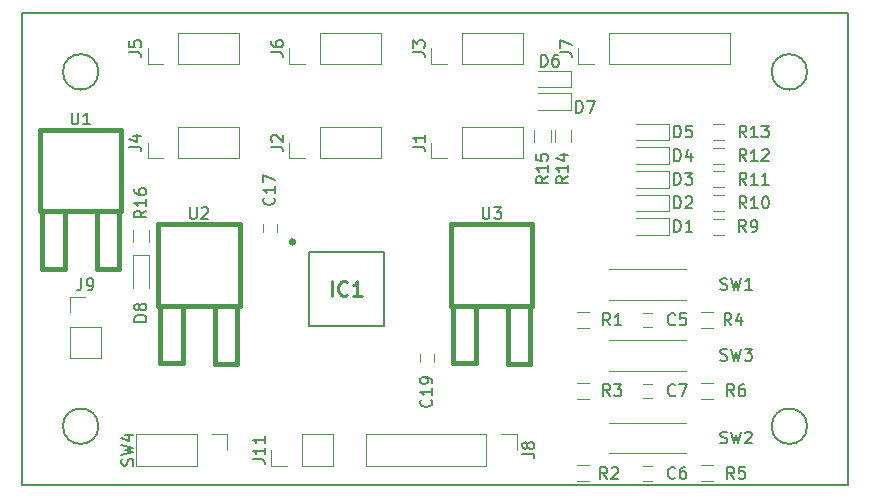
<source format=gbr>
G04 #@! TF.FileFunction,Legend,Top*
%FSLAX46Y46*%
G04 Gerber Fmt 4.6, Leading zero omitted, Abs format (unit mm)*
G04 Created by KiCad (PCBNEW 4.0.7) date 04/04/19 13:25:53*
%MOMM*%
%LPD*%
G01*
G04 APERTURE LIST*
%ADD10C,0.100000*%
%ADD11C,0.150000*%
%ADD12C,0.120000*%
%ADD13C,0.200000*%
%ADD14C,0.254000*%
%ADD15C,0.381000*%
G04 APERTURE END LIST*
D10*
D11*
X-3500000Y-5000000D02*
G75*
G03X-3500000Y-5000000I-1500000J0D01*
G01*
X-3500000Y-35000000D02*
G75*
G03X-3500000Y-35000000I-1500000J0D01*
G01*
X-63500000Y-35000000D02*
G75*
G03X-63500000Y-35000000I-1500000J0D01*
G01*
X-63500000Y-5000000D02*
G75*
G03X-63500000Y-5000000I-1500000J0D01*
G01*
X-70000000Y-40000000D02*
X-70000000Y0D01*
X0Y-40000000D02*
X-70000000Y-40000000D01*
X0Y0D02*
X0Y-40000000D01*
X-70000000Y0D02*
X0Y0D01*
D12*
X-17350000Y-25400000D02*
X-16650000Y-25400000D01*
X-16650000Y-26600000D02*
X-17350000Y-26600000D01*
X-17350000Y-38400000D02*
X-16650000Y-38400000D01*
X-16650000Y-39600000D02*
X-17350000Y-39600000D01*
X-17350000Y-31400000D02*
X-16650000Y-31400000D01*
X-16650000Y-32600000D02*
X-17350000Y-32600000D01*
X-48400000Y-17900000D02*
X-48400000Y-18600000D01*
X-49600000Y-18600000D02*
X-49600000Y-17900000D01*
X-35100000Y-28850000D02*
X-35100000Y-29550000D01*
X-36300000Y-29550000D02*
X-36300000Y-28850000D01*
X-15200000Y-18800000D02*
X-15200000Y-17400000D01*
X-15200000Y-17400000D02*
X-18000000Y-17400000D01*
X-15200000Y-18800000D02*
X-18000000Y-18800000D01*
X-15200000Y-16800000D02*
X-15200000Y-15400000D01*
X-15200000Y-15400000D02*
X-18000000Y-15400000D01*
X-15200000Y-16800000D02*
X-18000000Y-16800000D01*
X-15200000Y-14800000D02*
X-15200000Y-13400000D01*
X-15200000Y-13400000D02*
X-18000000Y-13400000D01*
X-15200000Y-14800000D02*
X-18000000Y-14800000D01*
X-15200000Y-12800000D02*
X-15200000Y-11400000D01*
X-15200000Y-11400000D02*
X-18000000Y-11400000D01*
X-15200000Y-12800000D02*
X-18000000Y-12800000D01*
X-15200000Y-10800000D02*
X-15200000Y-9400000D01*
X-15200000Y-9400000D02*
X-18000000Y-9400000D01*
X-15200000Y-10800000D02*
X-18000000Y-10800000D01*
D13*
X-45650000Y-20250000D02*
X-39350000Y-20250000D01*
X-39350000Y-20250000D02*
X-39350000Y-26550000D01*
X-39350000Y-26550000D02*
X-45650000Y-26550000D01*
X-45650000Y-26550000D02*
X-45650000Y-20250000D01*
D14*
X-46875000Y-19400000D02*
G75*
G03X-46875000Y-19400000I-200000J0D01*
G01*
D12*
X-27590000Y-12330000D02*
X-27590000Y-9670000D01*
X-32730000Y-12330000D02*
X-27590000Y-12330000D01*
X-32730000Y-9670000D02*
X-27590000Y-9670000D01*
X-32730000Y-12330000D02*
X-32730000Y-9670000D01*
X-34000000Y-12330000D02*
X-35330000Y-12330000D01*
X-35330000Y-12330000D02*
X-35330000Y-11000000D01*
X-39590000Y-12330000D02*
X-39590000Y-9670000D01*
X-44730000Y-12330000D02*
X-39590000Y-12330000D01*
X-44730000Y-9670000D02*
X-39590000Y-9670000D01*
X-44730000Y-12330000D02*
X-44730000Y-9670000D01*
X-46000000Y-12330000D02*
X-47330000Y-12330000D01*
X-47330000Y-12330000D02*
X-47330000Y-11000000D01*
X-27590000Y-4330000D02*
X-27590000Y-1670000D01*
X-32730000Y-4330000D02*
X-27590000Y-4330000D01*
X-32730000Y-1670000D02*
X-27590000Y-1670000D01*
X-32730000Y-4330000D02*
X-32730000Y-1670000D01*
X-34000000Y-4330000D02*
X-35330000Y-4330000D01*
X-35330000Y-4330000D02*
X-35330000Y-3000000D01*
X-51590000Y-12330000D02*
X-51590000Y-9670000D01*
X-56730000Y-12330000D02*
X-51590000Y-12330000D01*
X-56730000Y-9670000D02*
X-51590000Y-9670000D01*
X-56730000Y-12330000D02*
X-56730000Y-9670000D01*
X-58000000Y-12330000D02*
X-59330000Y-12330000D01*
X-59330000Y-12330000D02*
X-59330000Y-11000000D01*
X-51590000Y-4330000D02*
X-51590000Y-1670000D01*
X-56730000Y-4330000D02*
X-51590000Y-4330000D01*
X-56730000Y-1670000D02*
X-51590000Y-1670000D01*
X-56730000Y-4330000D02*
X-56730000Y-1670000D01*
X-58000000Y-4330000D02*
X-59330000Y-4330000D01*
X-59330000Y-4330000D02*
X-59330000Y-3000000D01*
X-39590000Y-4330000D02*
X-39590000Y-1670000D01*
X-44730000Y-4330000D02*
X-39590000Y-4330000D01*
X-44730000Y-1670000D02*
X-39590000Y-1670000D01*
X-44730000Y-4330000D02*
X-44730000Y-1670000D01*
X-46000000Y-4330000D02*
X-47330000Y-4330000D01*
X-47330000Y-4330000D02*
X-47330000Y-3000000D01*
X-10050000Y-4330000D02*
X-10050000Y-1670000D01*
X-20270000Y-4330000D02*
X-10050000Y-4330000D01*
X-20270000Y-1670000D02*
X-10050000Y-1670000D01*
X-20270000Y-4330000D02*
X-20270000Y-1670000D01*
X-21540000Y-4330000D02*
X-22870000Y-4330000D01*
X-22870000Y-4330000D02*
X-22870000Y-3000000D01*
X-40870000Y-35670000D02*
X-40870000Y-38330000D01*
X-30650000Y-35670000D02*
X-40870000Y-35670000D01*
X-30650000Y-38330000D02*
X-40870000Y-38330000D01*
X-30650000Y-35670000D02*
X-30650000Y-38330000D01*
X-29380000Y-35670000D02*
X-28050000Y-35670000D01*
X-28050000Y-35670000D02*
X-28050000Y-37000000D01*
X-65930000Y-29230000D02*
X-63270000Y-29230000D01*
X-65930000Y-26630000D02*
X-65930000Y-29230000D01*
X-63270000Y-26630000D02*
X-63270000Y-29230000D01*
X-65930000Y-26630000D02*
X-63270000Y-26630000D01*
X-65930000Y-25360000D02*
X-65930000Y-24030000D01*
X-65930000Y-24030000D02*
X-64600000Y-24030000D01*
X-22000000Y-26680000D02*
X-23000000Y-26680000D01*
X-23000000Y-25320000D02*
X-22000000Y-25320000D01*
X-22000000Y-39680000D02*
X-23000000Y-39680000D01*
X-23000000Y-38320000D02*
X-22000000Y-38320000D01*
X-22000000Y-32680000D02*
X-23000000Y-32680000D01*
X-23000000Y-31320000D02*
X-22000000Y-31320000D01*
X-12500000Y-25320000D02*
X-11500000Y-25320000D01*
X-11500000Y-26680000D02*
X-12500000Y-26680000D01*
X-12500000Y-38320000D02*
X-11500000Y-38320000D01*
X-11500000Y-39680000D02*
X-12500000Y-39680000D01*
X-12500000Y-31320000D02*
X-11500000Y-31320000D01*
X-11500000Y-32680000D02*
X-12500000Y-32680000D01*
X-11500000Y-17420000D02*
X-10500000Y-17420000D01*
X-10500000Y-18780000D02*
X-11500000Y-18780000D01*
X-11500000Y-15420000D02*
X-10500000Y-15420000D01*
X-10500000Y-16780000D02*
X-11500000Y-16780000D01*
X-11500000Y-13420000D02*
X-10500000Y-13420000D01*
X-10500000Y-14780000D02*
X-11500000Y-14780000D01*
X-11500000Y-11420000D02*
X-10500000Y-11420000D01*
X-10500000Y-12780000D02*
X-11500000Y-12780000D01*
X-11500000Y-9420000D02*
X-10500000Y-9420000D01*
X-10500000Y-10780000D02*
X-11500000Y-10780000D01*
X-13750000Y-24300000D02*
X-20250000Y-24300000D01*
X-20250000Y-21700000D02*
X-13750000Y-21700000D01*
X-13750000Y-37300000D02*
X-20250000Y-37300000D01*
X-20250000Y-34700000D02*
X-13750000Y-34700000D01*
X-13750000Y-30300000D02*
X-20250000Y-30300000D01*
X-20250000Y-27700000D02*
X-13750000Y-27700000D01*
X-60330000Y-35670000D02*
X-60330000Y-38330000D01*
X-55190000Y-35670000D02*
X-60330000Y-35670000D01*
X-55190000Y-38330000D02*
X-60330000Y-38330000D01*
X-55190000Y-35670000D02*
X-55190000Y-38330000D01*
X-53920000Y-35670000D02*
X-52590000Y-35670000D01*
X-52590000Y-35670000D02*
X-52590000Y-37000000D01*
D15*
X-63651260Y-21699260D02*
X-63651260Y-16799600D01*
X-63651260Y-21699260D02*
X-61748800Y-21699260D01*
X-61748800Y-21699260D02*
X-61748800Y-16799600D01*
X-68251200Y-21651000D02*
X-68251200Y-16799600D01*
X-68251200Y-21651000D02*
X-66348740Y-21651000D01*
X-66348740Y-21651000D02*
X-66348740Y-16799600D01*
X-68449320Y-9900960D02*
X-61550680Y-9900960D01*
X-61550680Y-9900960D02*
X-61550680Y-16799600D01*
X-61550680Y-16799600D02*
X-68449320Y-16799600D01*
X-68449320Y-16799600D02*
X-68449320Y-9900960D01*
X-53651260Y-29699260D02*
X-53651260Y-24799600D01*
X-53651260Y-29699260D02*
X-51748800Y-29699260D01*
X-51748800Y-29699260D02*
X-51748800Y-24799600D01*
X-58251200Y-29651000D02*
X-58251200Y-24799600D01*
X-58251200Y-29651000D02*
X-56348740Y-29651000D01*
X-56348740Y-29651000D02*
X-56348740Y-24799600D01*
X-58449320Y-17900960D02*
X-51550680Y-17900960D01*
X-51550680Y-17900960D02*
X-51550680Y-24799600D01*
X-51550680Y-24799600D02*
X-58449320Y-24799600D01*
X-58449320Y-24799600D02*
X-58449320Y-17900960D01*
X-28850020Y-29699260D02*
X-28850020Y-24799600D01*
X-28850020Y-29699260D02*
X-26947560Y-29699260D01*
X-26947560Y-29699260D02*
X-26947560Y-24799600D01*
X-33449960Y-29651000D02*
X-33449960Y-24799600D01*
X-33449960Y-29651000D02*
X-31547500Y-29651000D01*
X-31547500Y-29651000D02*
X-31547500Y-24799600D01*
X-33648080Y-17900960D02*
X-26749440Y-17900960D01*
X-26749440Y-17900960D02*
X-26749440Y-24799600D01*
X-26749440Y-24799600D02*
X-33648080Y-24799600D01*
X-33648080Y-24799600D02*
X-33648080Y-17900960D01*
D12*
X-43670000Y-38330000D02*
X-43670000Y-35670000D01*
X-46270000Y-38330000D02*
X-43670000Y-38330000D01*
X-46270000Y-35670000D02*
X-43670000Y-35670000D01*
X-46270000Y-38330000D02*
X-46270000Y-35670000D01*
X-47540000Y-38330000D02*
X-48870000Y-38330000D01*
X-48870000Y-38330000D02*
X-48870000Y-37000000D01*
X-23500000Y-6300000D02*
X-23500000Y-4900000D01*
X-23500000Y-4900000D02*
X-26300000Y-4900000D01*
X-23500000Y-6300000D02*
X-26300000Y-6300000D01*
X-23500000Y-8200000D02*
X-23500000Y-6800000D01*
X-23500000Y-6800000D02*
X-26300000Y-6800000D01*
X-23500000Y-8200000D02*
X-26300000Y-8200000D01*
X-59200000Y-20500000D02*
X-60600000Y-20500000D01*
X-60600000Y-20500000D02*
X-60600000Y-23300000D01*
X-59200000Y-20500000D02*
X-59200000Y-23300000D01*
X-23520000Y-9900000D02*
X-23520000Y-10900000D01*
X-24880000Y-10900000D02*
X-24880000Y-9900000D01*
X-25220000Y-9950000D02*
X-25220000Y-10950000D01*
X-26580000Y-10950000D02*
X-26580000Y-9950000D01*
X-60580000Y-19400000D02*
X-60580000Y-18400000D01*
X-59220000Y-18400000D02*
X-59220000Y-19400000D01*
D11*
X-14666666Y-26357143D02*
X-14714285Y-26404762D01*
X-14857142Y-26452381D01*
X-14952380Y-26452381D01*
X-15095238Y-26404762D01*
X-15190476Y-26309524D01*
X-15238095Y-26214286D01*
X-15285714Y-26023810D01*
X-15285714Y-25880952D01*
X-15238095Y-25690476D01*
X-15190476Y-25595238D01*
X-15095238Y-25500000D01*
X-14952380Y-25452381D01*
X-14857142Y-25452381D01*
X-14714285Y-25500000D01*
X-14666666Y-25547619D01*
X-13761904Y-25452381D02*
X-14238095Y-25452381D01*
X-14285714Y-25928571D01*
X-14238095Y-25880952D01*
X-14142857Y-25833333D01*
X-13904761Y-25833333D01*
X-13809523Y-25880952D01*
X-13761904Y-25928571D01*
X-13714285Y-26023810D01*
X-13714285Y-26261905D01*
X-13761904Y-26357143D01*
X-13809523Y-26404762D01*
X-13904761Y-26452381D01*
X-14142857Y-26452381D01*
X-14238095Y-26404762D01*
X-14285714Y-26357143D01*
X-14666666Y-39357143D02*
X-14714285Y-39404762D01*
X-14857142Y-39452381D01*
X-14952380Y-39452381D01*
X-15095238Y-39404762D01*
X-15190476Y-39309524D01*
X-15238095Y-39214286D01*
X-15285714Y-39023810D01*
X-15285714Y-38880952D01*
X-15238095Y-38690476D01*
X-15190476Y-38595238D01*
X-15095238Y-38500000D01*
X-14952380Y-38452381D01*
X-14857142Y-38452381D01*
X-14714285Y-38500000D01*
X-14666666Y-38547619D01*
X-13809523Y-38452381D02*
X-14000000Y-38452381D01*
X-14095238Y-38500000D01*
X-14142857Y-38547619D01*
X-14238095Y-38690476D01*
X-14285714Y-38880952D01*
X-14285714Y-39261905D01*
X-14238095Y-39357143D01*
X-14190476Y-39404762D01*
X-14095238Y-39452381D01*
X-13904761Y-39452381D01*
X-13809523Y-39404762D01*
X-13761904Y-39357143D01*
X-13714285Y-39261905D01*
X-13714285Y-39023810D01*
X-13761904Y-38928571D01*
X-13809523Y-38880952D01*
X-13904761Y-38833333D01*
X-14095238Y-38833333D01*
X-14190476Y-38880952D01*
X-14238095Y-38928571D01*
X-14285714Y-39023810D01*
X-14666666Y-32357143D02*
X-14714285Y-32404762D01*
X-14857142Y-32452381D01*
X-14952380Y-32452381D01*
X-15095238Y-32404762D01*
X-15190476Y-32309524D01*
X-15238095Y-32214286D01*
X-15285714Y-32023810D01*
X-15285714Y-31880952D01*
X-15238095Y-31690476D01*
X-15190476Y-31595238D01*
X-15095238Y-31500000D01*
X-14952380Y-31452381D01*
X-14857142Y-31452381D01*
X-14714285Y-31500000D01*
X-14666666Y-31547619D01*
X-14333333Y-31452381D02*
X-13666666Y-31452381D01*
X-14095238Y-32452381D01*
X-48642857Y-15642857D02*
X-48595238Y-15690476D01*
X-48547619Y-15833333D01*
X-48547619Y-15928571D01*
X-48595238Y-16071429D01*
X-48690476Y-16166667D01*
X-48785714Y-16214286D01*
X-48976190Y-16261905D01*
X-49119048Y-16261905D01*
X-49309524Y-16214286D01*
X-49404762Y-16166667D01*
X-49500000Y-16071429D01*
X-49547619Y-15928571D01*
X-49547619Y-15833333D01*
X-49500000Y-15690476D01*
X-49452381Y-15642857D01*
X-48547619Y-14690476D02*
X-48547619Y-15261905D01*
X-48547619Y-14976191D02*
X-49547619Y-14976191D01*
X-49404762Y-15071429D01*
X-49309524Y-15166667D01*
X-49261905Y-15261905D01*
X-49547619Y-14357143D02*
X-49547619Y-13690476D01*
X-48547619Y-14119048D01*
X-35342857Y-32742857D02*
X-35295238Y-32790476D01*
X-35247619Y-32933333D01*
X-35247619Y-33028571D01*
X-35295238Y-33171429D01*
X-35390476Y-33266667D01*
X-35485714Y-33314286D01*
X-35676190Y-33361905D01*
X-35819048Y-33361905D01*
X-36009524Y-33314286D01*
X-36104762Y-33266667D01*
X-36200000Y-33171429D01*
X-36247619Y-33028571D01*
X-36247619Y-32933333D01*
X-36200000Y-32790476D01*
X-36152381Y-32742857D01*
X-35247619Y-31790476D02*
X-35247619Y-32361905D01*
X-35247619Y-32076191D02*
X-36247619Y-32076191D01*
X-36104762Y-32171429D01*
X-36009524Y-32266667D01*
X-35961905Y-32361905D01*
X-35247619Y-31314286D02*
X-35247619Y-31123810D01*
X-35295238Y-31028571D01*
X-35342857Y-30980952D01*
X-35485714Y-30885714D01*
X-35676190Y-30838095D01*
X-36057143Y-30838095D01*
X-36152381Y-30885714D01*
X-36200000Y-30933333D01*
X-36247619Y-31028571D01*
X-36247619Y-31219048D01*
X-36200000Y-31314286D01*
X-36152381Y-31361905D01*
X-36057143Y-31409524D01*
X-35819048Y-31409524D01*
X-35723810Y-31361905D01*
X-35676190Y-31314286D01*
X-35628571Y-31219048D01*
X-35628571Y-31028571D01*
X-35676190Y-30933333D01*
X-35723810Y-30885714D01*
X-35819048Y-30838095D01*
X-14738095Y-18552381D02*
X-14738095Y-17552381D01*
X-14500000Y-17552381D01*
X-14357142Y-17600000D01*
X-14261904Y-17695238D01*
X-14214285Y-17790476D01*
X-14166666Y-17980952D01*
X-14166666Y-18123810D01*
X-14214285Y-18314286D01*
X-14261904Y-18409524D01*
X-14357142Y-18504762D01*
X-14500000Y-18552381D01*
X-14738095Y-18552381D01*
X-13214285Y-18552381D02*
X-13785714Y-18552381D01*
X-13500000Y-18552381D02*
X-13500000Y-17552381D01*
X-13595238Y-17695238D01*
X-13690476Y-17790476D01*
X-13785714Y-17838095D01*
X-14738095Y-16552381D02*
X-14738095Y-15552381D01*
X-14500000Y-15552381D01*
X-14357142Y-15600000D01*
X-14261904Y-15695238D01*
X-14214285Y-15790476D01*
X-14166666Y-15980952D01*
X-14166666Y-16123810D01*
X-14214285Y-16314286D01*
X-14261904Y-16409524D01*
X-14357142Y-16504762D01*
X-14500000Y-16552381D01*
X-14738095Y-16552381D01*
X-13785714Y-15647619D02*
X-13738095Y-15600000D01*
X-13642857Y-15552381D01*
X-13404761Y-15552381D01*
X-13309523Y-15600000D01*
X-13261904Y-15647619D01*
X-13214285Y-15742857D01*
X-13214285Y-15838095D01*
X-13261904Y-15980952D01*
X-13833333Y-16552381D01*
X-13214285Y-16552381D01*
X-14738095Y-14552381D02*
X-14738095Y-13552381D01*
X-14500000Y-13552381D01*
X-14357142Y-13600000D01*
X-14261904Y-13695238D01*
X-14214285Y-13790476D01*
X-14166666Y-13980952D01*
X-14166666Y-14123810D01*
X-14214285Y-14314286D01*
X-14261904Y-14409524D01*
X-14357142Y-14504762D01*
X-14500000Y-14552381D01*
X-14738095Y-14552381D01*
X-13833333Y-13552381D02*
X-13214285Y-13552381D01*
X-13547619Y-13933333D01*
X-13404761Y-13933333D01*
X-13309523Y-13980952D01*
X-13261904Y-14028571D01*
X-13214285Y-14123810D01*
X-13214285Y-14361905D01*
X-13261904Y-14457143D01*
X-13309523Y-14504762D01*
X-13404761Y-14552381D01*
X-13690476Y-14552381D01*
X-13785714Y-14504762D01*
X-13833333Y-14457143D01*
X-14738095Y-12552381D02*
X-14738095Y-11552381D01*
X-14500000Y-11552381D01*
X-14357142Y-11600000D01*
X-14261904Y-11695238D01*
X-14214285Y-11790476D01*
X-14166666Y-11980952D01*
X-14166666Y-12123810D01*
X-14214285Y-12314286D01*
X-14261904Y-12409524D01*
X-14357142Y-12504762D01*
X-14500000Y-12552381D01*
X-14738095Y-12552381D01*
X-13309523Y-11885714D02*
X-13309523Y-12552381D01*
X-13547619Y-11504762D02*
X-13785714Y-12219048D01*
X-13166666Y-12219048D01*
X-14738095Y-10552381D02*
X-14738095Y-9552381D01*
X-14500000Y-9552381D01*
X-14357142Y-9600000D01*
X-14261904Y-9695238D01*
X-14214285Y-9790476D01*
X-14166666Y-9980952D01*
X-14166666Y-10123810D01*
X-14214285Y-10314286D01*
X-14261904Y-10409524D01*
X-14357142Y-10504762D01*
X-14500000Y-10552381D01*
X-14738095Y-10552381D01*
X-13261904Y-9552381D02*
X-13738095Y-9552381D01*
X-13785714Y-10028571D01*
X-13738095Y-9980952D01*
X-13642857Y-9933333D01*
X-13404761Y-9933333D01*
X-13309523Y-9980952D01*
X-13261904Y-10028571D01*
X-13214285Y-10123810D01*
X-13214285Y-10361905D01*
X-13261904Y-10457143D01*
X-13309523Y-10504762D01*
X-13404761Y-10552381D01*
X-13642857Y-10552381D01*
X-13738095Y-10504762D01*
X-13785714Y-10457143D01*
D14*
X-43739762Y-23974524D02*
X-43739762Y-22704524D01*
X-42409286Y-23853571D02*
X-42469762Y-23914048D01*
X-42651191Y-23974524D01*
X-42772143Y-23974524D01*
X-42953571Y-23914048D01*
X-43074524Y-23793095D01*
X-43135000Y-23672143D01*
X-43195476Y-23430238D01*
X-43195476Y-23248810D01*
X-43135000Y-23006905D01*
X-43074524Y-22885952D01*
X-42953571Y-22765000D01*
X-42772143Y-22704524D01*
X-42651191Y-22704524D01*
X-42469762Y-22765000D01*
X-42409286Y-22825476D01*
X-41199762Y-23974524D02*
X-41925476Y-23974524D01*
X-41562619Y-23974524D02*
X-41562619Y-22704524D01*
X-41683571Y-22885952D01*
X-41804524Y-23006905D01*
X-41925476Y-23067381D01*
D11*
X-36877619Y-11333333D02*
X-36163333Y-11333333D01*
X-36020476Y-11380953D01*
X-35925238Y-11476191D01*
X-35877619Y-11619048D01*
X-35877619Y-11714286D01*
X-35877619Y-10333333D02*
X-35877619Y-10904762D01*
X-35877619Y-10619048D02*
X-36877619Y-10619048D01*
X-36734762Y-10714286D01*
X-36639524Y-10809524D01*
X-36591905Y-10904762D01*
X-48877619Y-11333333D02*
X-48163333Y-11333333D01*
X-48020476Y-11380953D01*
X-47925238Y-11476191D01*
X-47877619Y-11619048D01*
X-47877619Y-11714286D01*
X-48782381Y-10904762D02*
X-48830000Y-10857143D01*
X-48877619Y-10761905D01*
X-48877619Y-10523809D01*
X-48830000Y-10428571D01*
X-48782381Y-10380952D01*
X-48687143Y-10333333D01*
X-48591905Y-10333333D01*
X-48449048Y-10380952D01*
X-47877619Y-10952381D01*
X-47877619Y-10333333D01*
X-36877619Y-3333333D02*
X-36163333Y-3333333D01*
X-36020476Y-3380953D01*
X-35925238Y-3476191D01*
X-35877619Y-3619048D01*
X-35877619Y-3714286D01*
X-36877619Y-2952381D02*
X-36877619Y-2333333D01*
X-36496667Y-2666667D01*
X-36496667Y-2523809D01*
X-36449048Y-2428571D01*
X-36401429Y-2380952D01*
X-36306190Y-2333333D01*
X-36068095Y-2333333D01*
X-35972857Y-2380952D01*
X-35925238Y-2428571D01*
X-35877619Y-2523809D01*
X-35877619Y-2809524D01*
X-35925238Y-2904762D01*
X-35972857Y-2952381D01*
X-60877619Y-11333333D02*
X-60163333Y-11333333D01*
X-60020476Y-11380953D01*
X-59925238Y-11476191D01*
X-59877619Y-11619048D01*
X-59877619Y-11714286D01*
X-60544286Y-10428571D02*
X-59877619Y-10428571D01*
X-60925238Y-10666667D02*
X-60210952Y-10904762D01*
X-60210952Y-10285714D01*
X-60877619Y-3333333D02*
X-60163333Y-3333333D01*
X-60020476Y-3380953D01*
X-59925238Y-3476191D01*
X-59877619Y-3619048D01*
X-59877619Y-3714286D01*
X-60877619Y-2380952D02*
X-60877619Y-2857143D01*
X-60401429Y-2904762D01*
X-60449048Y-2857143D01*
X-60496667Y-2761905D01*
X-60496667Y-2523809D01*
X-60449048Y-2428571D01*
X-60401429Y-2380952D01*
X-60306190Y-2333333D01*
X-60068095Y-2333333D01*
X-59972857Y-2380952D01*
X-59925238Y-2428571D01*
X-59877619Y-2523809D01*
X-59877619Y-2761905D01*
X-59925238Y-2857143D01*
X-59972857Y-2904762D01*
X-48877619Y-3333333D02*
X-48163333Y-3333333D01*
X-48020476Y-3380953D01*
X-47925238Y-3476191D01*
X-47877619Y-3619048D01*
X-47877619Y-3714286D01*
X-48877619Y-2428571D02*
X-48877619Y-2619048D01*
X-48830000Y-2714286D01*
X-48782381Y-2761905D01*
X-48639524Y-2857143D01*
X-48449048Y-2904762D01*
X-48068095Y-2904762D01*
X-47972857Y-2857143D01*
X-47925238Y-2809524D01*
X-47877619Y-2714286D01*
X-47877619Y-2523809D01*
X-47925238Y-2428571D01*
X-47972857Y-2380952D01*
X-48068095Y-2333333D01*
X-48306190Y-2333333D01*
X-48401429Y-2380952D01*
X-48449048Y-2428571D01*
X-48496667Y-2523809D01*
X-48496667Y-2714286D01*
X-48449048Y-2809524D01*
X-48401429Y-2857143D01*
X-48306190Y-2904762D01*
X-24417619Y-3333333D02*
X-23703333Y-3333333D01*
X-23560476Y-3380953D01*
X-23465238Y-3476191D01*
X-23417619Y-3619048D01*
X-23417619Y-3714286D01*
X-24417619Y-2952381D02*
X-24417619Y-2285714D01*
X-23417619Y-2714286D01*
X-27597619Y-37333333D02*
X-26883333Y-37333333D01*
X-26740476Y-37380953D01*
X-26645238Y-37476191D01*
X-26597619Y-37619048D01*
X-26597619Y-37714286D01*
X-27169048Y-36714286D02*
X-27216667Y-36809524D01*
X-27264286Y-36857143D01*
X-27359524Y-36904762D01*
X-27407143Y-36904762D01*
X-27502381Y-36857143D01*
X-27550000Y-36809524D01*
X-27597619Y-36714286D01*
X-27597619Y-36523809D01*
X-27550000Y-36428571D01*
X-27502381Y-36380952D01*
X-27407143Y-36333333D01*
X-27359524Y-36333333D01*
X-27264286Y-36380952D01*
X-27216667Y-36428571D01*
X-27169048Y-36523809D01*
X-27169048Y-36714286D01*
X-27121429Y-36809524D01*
X-27073810Y-36857143D01*
X-26978571Y-36904762D01*
X-26788095Y-36904762D01*
X-26692857Y-36857143D01*
X-26645238Y-36809524D01*
X-26597619Y-36714286D01*
X-26597619Y-36523809D01*
X-26645238Y-36428571D01*
X-26692857Y-36380952D01*
X-26788095Y-36333333D01*
X-26978571Y-36333333D01*
X-27073810Y-36380952D01*
X-27121429Y-36428571D01*
X-27169048Y-36523809D01*
X-64933333Y-22482381D02*
X-64933333Y-23196667D01*
X-64980953Y-23339524D01*
X-65076191Y-23434762D01*
X-65219048Y-23482381D01*
X-65314286Y-23482381D01*
X-64409524Y-23482381D02*
X-64219048Y-23482381D01*
X-64123809Y-23434762D01*
X-64076190Y-23387143D01*
X-63980952Y-23244286D01*
X-63933333Y-23053810D01*
X-63933333Y-22672857D01*
X-63980952Y-22577619D01*
X-64028571Y-22530000D01*
X-64123809Y-22482381D01*
X-64314286Y-22482381D01*
X-64409524Y-22530000D01*
X-64457143Y-22577619D01*
X-64504762Y-22672857D01*
X-64504762Y-22910952D01*
X-64457143Y-23006190D01*
X-64409524Y-23053810D01*
X-64314286Y-23101429D01*
X-64123809Y-23101429D01*
X-64028571Y-23053810D01*
X-63980952Y-23006190D01*
X-63933333Y-22910952D01*
X-20166666Y-26452381D02*
X-20500000Y-25976190D01*
X-20738095Y-26452381D02*
X-20738095Y-25452381D01*
X-20357142Y-25452381D01*
X-20261904Y-25500000D01*
X-20214285Y-25547619D01*
X-20166666Y-25642857D01*
X-20166666Y-25785714D01*
X-20214285Y-25880952D01*
X-20261904Y-25928571D01*
X-20357142Y-25976190D01*
X-20738095Y-25976190D01*
X-19214285Y-26452381D02*
X-19785714Y-26452381D01*
X-19500000Y-26452381D02*
X-19500000Y-25452381D01*
X-19595238Y-25595238D01*
X-19690476Y-25690476D01*
X-19785714Y-25738095D01*
X-20416666Y-39452381D02*
X-20750000Y-38976190D01*
X-20988095Y-39452381D02*
X-20988095Y-38452381D01*
X-20607142Y-38452381D01*
X-20511904Y-38500000D01*
X-20464285Y-38547619D01*
X-20416666Y-38642857D01*
X-20416666Y-38785714D01*
X-20464285Y-38880952D01*
X-20511904Y-38928571D01*
X-20607142Y-38976190D01*
X-20988095Y-38976190D01*
X-20035714Y-38547619D02*
X-19988095Y-38500000D01*
X-19892857Y-38452381D01*
X-19654761Y-38452381D01*
X-19559523Y-38500000D01*
X-19511904Y-38547619D01*
X-19464285Y-38642857D01*
X-19464285Y-38738095D01*
X-19511904Y-38880952D01*
X-20083333Y-39452381D01*
X-19464285Y-39452381D01*
X-20166666Y-32452381D02*
X-20500000Y-31976190D01*
X-20738095Y-32452381D02*
X-20738095Y-31452381D01*
X-20357142Y-31452381D01*
X-20261904Y-31500000D01*
X-20214285Y-31547619D01*
X-20166666Y-31642857D01*
X-20166666Y-31785714D01*
X-20214285Y-31880952D01*
X-20261904Y-31928571D01*
X-20357142Y-31976190D01*
X-20738095Y-31976190D01*
X-19833333Y-31452381D02*
X-19214285Y-31452381D01*
X-19547619Y-31833333D01*
X-19404761Y-31833333D01*
X-19309523Y-31880952D01*
X-19261904Y-31928571D01*
X-19214285Y-32023810D01*
X-19214285Y-32261905D01*
X-19261904Y-32357143D01*
X-19309523Y-32404762D01*
X-19404761Y-32452381D01*
X-19690476Y-32452381D01*
X-19785714Y-32404762D01*
X-19833333Y-32357143D01*
X-9916666Y-26452381D02*
X-10250000Y-25976190D01*
X-10488095Y-26452381D02*
X-10488095Y-25452381D01*
X-10107142Y-25452381D01*
X-10011904Y-25500000D01*
X-9964285Y-25547619D01*
X-9916666Y-25642857D01*
X-9916666Y-25785714D01*
X-9964285Y-25880952D01*
X-10011904Y-25928571D01*
X-10107142Y-25976190D01*
X-10488095Y-25976190D01*
X-9059523Y-25785714D02*
X-9059523Y-26452381D01*
X-9297619Y-25404762D02*
X-9535714Y-26119048D01*
X-8916666Y-26119048D01*
X-9666666Y-39452381D02*
X-10000000Y-38976190D01*
X-10238095Y-39452381D02*
X-10238095Y-38452381D01*
X-9857142Y-38452381D01*
X-9761904Y-38500000D01*
X-9714285Y-38547619D01*
X-9666666Y-38642857D01*
X-9666666Y-38785714D01*
X-9714285Y-38880952D01*
X-9761904Y-38928571D01*
X-9857142Y-38976190D01*
X-10238095Y-38976190D01*
X-8761904Y-38452381D02*
X-9238095Y-38452381D01*
X-9285714Y-38928571D01*
X-9238095Y-38880952D01*
X-9142857Y-38833333D01*
X-8904761Y-38833333D01*
X-8809523Y-38880952D01*
X-8761904Y-38928571D01*
X-8714285Y-39023810D01*
X-8714285Y-39261905D01*
X-8761904Y-39357143D01*
X-8809523Y-39404762D01*
X-8904761Y-39452381D01*
X-9142857Y-39452381D01*
X-9238095Y-39404762D01*
X-9285714Y-39357143D01*
X-9666666Y-32452381D02*
X-10000000Y-31976190D01*
X-10238095Y-32452381D02*
X-10238095Y-31452381D01*
X-9857142Y-31452381D01*
X-9761904Y-31500000D01*
X-9714285Y-31547619D01*
X-9666666Y-31642857D01*
X-9666666Y-31785714D01*
X-9714285Y-31880952D01*
X-9761904Y-31928571D01*
X-9857142Y-31976190D01*
X-10238095Y-31976190D01*
X-8809523Y-31452381D02*
X-9000000Y-31452381D01*
X-9095238Y-31500000D01*
X-9142857Y-31547619D01*
X-9238095Y-31690476D01*
X-9285714Y-31880952D01*
X-9285714Y-32261905D01*
X-9238095Y-32357143D01*
X-9190476Y-32404762D01*
X-9095238Y-32452381D01*
X-8904761Y-32452381D01*
X-8809523Y-32404762D01*
X-8761904Y-32357143D01*
X-8714285Y-32261905D01*
X-8714285Y-32023810D01*
X-8761904Y-31928571D01*
X-8809523Y-31880952D01*
X-8904761Y-31833333D01*
X-9095238Y-31833333D01*
X-9190476Y-31880952D01*
X-9238095Y-31928571D01*
X-9285714Y-32023810D01*
X-8666666Y-18552381D02*
X-9000000Y-18076190D01*
X-9238095Y-18552381D02*
X-9238095Y-17552381D01*
X-8857142Y-17552381D01*
X-8761904Y-17600000D01*
X-8714285Y-17647619D01*
X-8666666Y-17742857D01*
X-8666666Y-17885714D01*
X-8714285Y-17980952D01*
X-8761904Y-18028571D01*
X-8857142Y-18076190D01*
X-9238095Y-18076190D01*
X-8190476Y-18552381D02*
X-8000000Y-18552381D01*
X-7904761Y-18504762D01*
X-7857142Y-18457143D01*
X-7761904Y-18314286D01*
X-7714285Y-18123810D01*
X-7714285Y-17742857D01*
X-7761904Y-17647619D01*
X-7809523Y-17600000D01*
X-7904761Y-17552381D01*
X-8095238Y-17552381D01*
X-8190476Y-17600000D01*
X-8238095Y-17647619D01*
X-8285714Y-17742857D01*
X-8285714Y-17980952D01*
X-8238095Y-18076190D01*
X-8190476Y-18123810D01*
X-8095238Y-18171429D01*
X-7904761Y-18171429D01*
X-7809523Y-18123810D01*
X-7761904Y-18076190D01*
X-7714285Y-17980952D01*
X-8642857Y-16552381D02*
X-8976191Y-16076190D01*
X-9214286Y-16552381D02*
X-9214286Y-15552381D01*
X-8833333Y-15552381D01*
X-8738095Y-15600000D01*
X-8690476Y-15647619D01*
X-8642857Y-15742857D01*
X-8642857Y-15885714D01*
X-8690476Y-15980952D01*
X-8738095Y-16028571D01*
X-8833333Y-16076190D01*
X-9214286Y-16076190D01*
X-7690476Y-16552381D02*
X-8261905Y-16552381D01*
X-7976191Y-16552381D02*
X-7976191Y-15552381D01*
X-8071429Y-15695238D01*
X-8166667Y-15790476D01*
X-8261905Y-15838095D01*
X-7071429Y-15552381D02*
X-6976190Y-15552381D01*
X-6880952Y-15600000D01*
X-6833333Y-15647619D01*
X-6785714Y-15742857D01*
X-6738095Y-15933333D01*
X-6738095Y-16171429D01*
X-6785714Y-16361905D01*
X-6833333Y-16457143D01*
X-6880952Y-16504762D01*
X-6976190Y-16552381D01*
X-7071429Y-16552381D01*
X-7166667Y-16504762D01*
X-7214286Y-16457143D01*
X-7261905Y-16361905D01*
X-7309524Y-16171429D01*
X-7309524Y-15933333D01*
X-7261905Y-15742857D01*
X-7214286Y-15647619D01*
X-7166667Y-15600000D01*
X-7071429Y-15552381D01*
X-8642857Y-14552381D02*
X-8976191Y-14076190D01*
X-9214286Y-14552381D02*
X-9214286Y-13552381D01*
X-8833333Y-13552381D01*
X-8738095Y-13600000D01*
X-8690476Y-13647619D01*
X-8642857Y-13742857D01*
X-8642857Y-13885714D01*
X-8690476Y-13980952D01*
X-8738095Y-14028571D01*
X-8833333Y-14076190D01*
X-9214286Y-14076190D01*
X-7690476Y-14552381D02*
X-8261905Y-14552381D01*
X-7976191Y-14552381D02*
X-7976191Y-13552381D01*
X-8071429Y-13695238D01*
X-8166667Y-13790476D01*
X-8261905Y-13838095D01*
X-6738095Y-14552381D02*
X-7309524Y-14552381D01*
X-7023810Y-14552381D02*
X-7023810Y-13552381D01*
X-7119048Y-13695238D01*
X-7214286Y-13790476D01*
X-7309524Y-13838095D01*
X-8642857Y-12552381D02*
X-8976191Y-12076190D01*
X-9214286Y-12552381D02*
X-9214286Y-11552381D01*
X-8833333Y-11552381D01*
X-8738095Y-11600000D01*
X-8690476Y-11647619D01*
X-8642857Y-11742857D01*
X-8642857Y-11885714D01*
X-8690476Y-11980952D01*
X-8738095Y-12028571D01*
X-8833333Y-12076190D01*
X-9214286Y-12076190D01*
X-7690476Y-12552381D02*
X-8261905Y-12552381D01*
X-7976191Y-12552381D02*
X-7976191Y-11552381D01*
X-8071429Y-11695238D01*
X-8166667Y-11790476D01*
X-8261905Y-11838095D01*
X-7309524Y-11647619D02*
X-7261905Y-11600000D01*
X-7166667Y-11552381D01*
X-6928571Y-11552381D01*
X-6833333Y-11600000D01*
X-6785714Y-11647619D01*
X-6738095Y-11742857D01*
X-6738095Y-11838095D01*
X-6785714Y-11980952D01*
X-7357143Y-12552381D01*
X-6738095Y-12552381D01*
X-8642857Y-10552381D02*
X-8976191Y-10076190D01*
X-9214286Y-10552381D02*
X-9214286Y-9552381D01*
X-8833333Y-9552381D01*
X-8738095Y-9600000D01*
X-8690476Y-9647619D01*
X-8642857Y-9742857D01*
X-8642857Y-9885714D01*
X-8690476Y-9980952D01*
X-8738095Y-10028571D01*
X-8833333Y-10076190D01*
X-9214286Y-10076190D01*
X-7690476Y-10552381D02*
X-8261905Y-10552381D01*
X-7976191Y-10552381D02*
X-7976191Y-9552381D01*
X-8071429Y-9695238D01*
X-8166667Y-9790476D01*
X-8261905Y-9838095D01*
X-7357143Y-9552381D02*
X-6738095Y-9552381D01*
X-7071429Y-9933333D01*
X-6928571Y-9933333D01*
X-6833333Y-9980952D01*
X-6785714Y-10028571D01*
X-6738095Y-10123810D01*
X-6738095Y-10361905D01*
X-6785714Y-10457143D01*
X-6833333Y-10504762D01*
X-6928571Y-10552381D01*
X-7214286Y-10552381D01*
X-7309524Y-10504762D01*
X-7357143Y-10457143D01*
X-10833333Y-23404762D02*
X-10690476Y-23452381D01*
X-10452380Y-23452381D01*
X-10357142Y-23404762D01*
X-10309523Y-23357143D01*
X-10261904Y-23261905D01*
X-10261904Y-23166667D01*
X-10309523Y-23071429D01*
X-10357142Y-23023810D01*
X-10452380Y-22976190D01*
X-10642857Y-22928571D01*
X-10738095Y-22880952D01*
X-10785714Y-22833333D01*
X-10833333Y-22738095D01*
X-10833333Y-22642857D01*
X-10785714Y-22547619D01*
X-10738095Y-22500000D01*
X-10642857Y-22452381D01*
X-10404761Y-22452381D01*
X-10261904Y-22500000D01*
X-9928571Y-22452381D02*
X-9690476Y-23452381D01*
X-9499999Y-22738095D01*
X-9309523Y-23452381D01*
X-9071428Y-22452381D01*
X-8166666Y-23452381D02*
X-8738095Y-23452381D01*
X-8452381Y-23452381D02*
X-8452381Y-22452381D01*
X-8547619Y-22595238D01*
X-8642857Y-22690476D01*
X-8738095Y-22738095D01*
X-10833333Y-36404762D02*
X-10690476Y-36452381D01*
X-10452380Y-36452381D01*
X-10357142Y-36404762D01*
X-10309523Y-36357143D01*
X-10261904Y-36261905D01*
X-10261904Y-36166667D01*
X-10309523Y-36071429D01*
X-10357142Y-36023810D01*
X-10452380Y-35976190D01*
X-10642857Y-35928571D01*
X-10738095Y-35880952D01*
X-10785714Y-35833333D01*
X-10833333Y-35738095D01*
X-10833333Y-35642857D01*
X-10785714Y-35547619D01*
X-10738095Y-35500000D01*
X-10642857Y-35452381D01*
X-10404761Y-35452381D01*
X-10261904Y-35500000D01*
X-9928571Y-35452381D02*
X-9690476Y-36452381D01*
X-9499999Y-35738095D01*
X-9309523Y-36452381D01*
X-9071428Y-35452381D01*
X-8738095Y-35547619D02*
X-8690476Y-35500000D01*
X-8595238Y-35452381D01*
X-8357142Y-35452381D01*
X-8261904Y-35500000D01*
X-8214285Y-35547619D01*
X-8166666Y-35642857D01*
X-8166666Y-35738095D01*
X-8214285Y-35880952D01*
X-8785714Y-36452381D01*
X-8166666Y-36452381D01*
X-10833333Y-29404762D02*
X-10690476Y-29452381D01*
X-10452380Y-29452381D01*
X-10357142Y-29404762D01*
X-10309523Y-29357143D01*
X-10261904Y-29261905D01*
X-10261904Y-29166667D01*
X-10309523Y-29071429D01*
X-10357142Y-29023810D01*
X-10452380Y-28976190D01*
X-10642857Y-28928571D01*
X-10738095Y-28880952D01*
X-10785714Y-28833333D01*
X-10833333Y-28738095D01*
X-10833333Y-28642857D01*
X-10785714Y-28547619D01*
X-10738095Y-28500000D01*
X-10642857Y-28452381D01*
X-10404761Y-28452381D01*
X-10261904Y-28500000D01*
X-9928571Y-28452381D02*
X-9690476Y-29452381D01*
X-9499999Y-28738095D01*
X-9309523Y-29452381D01*
X-9071428Y-28452381D01*
X-8785714Y-28452381D02*
X-8166666Y-28452381D01*
X-8500000Y-28833333D01*
X-8357142Y-28833333D01*
X-8261904Y-28880952D01*
X-8214285Y-28928571D01*
X-8166666Y-29023810D01*
X-8166666Y-29261905D01*
X-8214285Y-29357143D01*
X-8261904Y-29404762D01*
X-8357142Y-29452381D01*
X-8642857Y-29452381D01*
X-8738095Y-29404762D01*
X-8785714Y-29357143D01*
X-60595238Y-38333333D02*
X-60547619Y-38190476D01*
X-60547619Y-37952380D01*
X-60595238Y-37857142D01*
X-60642857Y-37809523D01*
X-60738095Y-37761904D01*
X-60833333Y-37761904D01*
X-60928571Y-37809523D01*
X-60976190Y-37857142D01*
X-61023810Y-37952380D01*
X-61071429Y-38142857D01*
X-61119048Y-38238095D01*
X-61166667Y-38285714D01*
X-61261905Y-38333333D01*
X-61357143Y-38333333D01*
X-61452381Y-38285714D01*
X-61500000Y-38238095D01*
X-61547619Y-38142857D01*
X-61547619Y-37904761D01*
X-61500000Y-37761904D01*
X-61547619Y-37428571D02*
X-60547619Y-37190476D01*
X-61261905Y-36999999D01*
X-60547619Y-36809523D01*
X-61547619Y-36571428D01*
X-61214286Y-35761904D02*
X-60547619Y-35761904D01*
X-61595238Y-36000000D02*
X-60880952Y-36238095D01*
X-60880952Y-35619047D01*
X-65761905Y-8452381D02*
X-65761905Y-9261905D01*
X-65714286Y-9357143D01*
X-65666667Y-9404762D01*
X-65571429Y-9452381D01*
X-65380952Y-9452381D01*
X-65285714Y-9404762D01*
X-65238095Y-9357143D01*
X-65190476Y-9261905D01*
X-65190476Y-8452381D01*
X-64190476Y-9452381D02*
X-64761905Y-9452381D01*
X-64476191Y-9452381D02*
X-64476191Y-8452381D01*
X-64571429Y-8595238D01*
X-64666667Y-8690476D01*
X-64761905Y-8738095D01*
X-55761905Y-16452381D02*
X-55761905Y-17261905D01*
X-55714286Y-17357143D01*
X-55666667Y-17404762D01*
X-55571429Y-17452381D01*
X-55380952Y-17452381D01*
X-55285714Y-17404762D01*
X-55238095Y-17357143D01*
X-55190476Y-17261905D01*
X-55190476Y-16452381D01*
X-54761905Y-16547619D02*
X-54714286Y-16500000D01*
X-54619048Y-16452381D01*
X-54380952Y-16452381D01*
X-54285714Y-16500000D01*
X-54238095Y-16547619D01*
X-54190476Y-16642857D01*
X-54190476Y-16738095D01*
X-54238095Y-16880952D01*
X-54809524Y-17452381D01*
X-54190476Y-17452381D01*
X-30960665Y-16452381D02*
X-30960665Y-17261905D01*
X-30913046Y-17357143D01*
X-30865427Y-17404762D01*
X-30770189Y-17452381D01*
X-30579712Y-17452381D01*
X-30484474Y-17404762D01*
X-30436855Y-17357143D01*
X-30389236Y-17261905D01*
X-30389236Y-16452381D01*
X-30008284Y-16452381D02*
X-29389236Y-16452381D01*
X-29722570Y-16833333D01*
X-29579712Y-16833333D01*
X-29484474Y-16880952D01*
X-29436855Y-16928571D01*
X-29389236Y-17023810D01*
X-29389236Y-17261905D01*
X-29436855Y-17357143D01*
X-29484474Y-17404762D01*
X-29579712Y-17452381D01*
X-29865427Y-17452381D01*
X-29960665Y-17404762D01*
X-30008284Y-17357143D01*
X-50417619Y-37809523D02*
X-49703333Y-37809523D01*
X-49560476Y-37857143D01*
X-49465238Y-37952381D01*
X-49417619Y-38095238D01*
X-49417619Y-38190476D01*
X-49417619Y-36809523D02*
X-49417619Y-37380952D01*
X-49417619Y-37095238D02*
X-50417619Y-37095238D01*
X-50274762Y-37190476D01*
X-50179524Y-37285714D01*
X-50131905Y-37380952D01*
X-49417619Y-35857142D02*
X-49417619Y-36428571D01*
X-49417619Y-36142857D02*
X-50417619Y-36142857D01*
X-50274762Y-36238095D01*
X-50179524Y-36333333D01*
X-50131905Y-36428571D01*
X-26038095Y-4552381D02*
X-26038095Y-3552381D01*
X-25800000Y-3552381D01*
X-25657142Y-3600000D01*
X-25561904Y-3695238D01*
X-25514285Y-3790476D01*
X-25466666Y-3980952D01*
X-25466666Y-4123810D01*
X-25514285Y-4314286D01*
X-25561904Y-4409524D01*
X-25657142Y-4504762D01*
X-25800000Y-4552381D01*
X-26038095Y-4552381D01*
X-24609523Y-3552381D02*
X-24800000Y-3552381D01*
X-24895238Y-3600000D01*
X-24942857Y-3647619D01*
X-25038095Y-3790476D01*
X-25085714Y-3980952D01*
X-25085714Y-4361905D01*
X-25038095Y-4457143D01*
X-24990476Y-4504762D01*
X-24895238Y-4552381D01*
X-24704761Y-4552381D01*
X-24609523Y-4504762D01*
X-24561904Y-4457143D01*
X-24514285Y-4361905D01*
X-24514285Y-4123810D01*
X-24561904Y-4028571D01*
X-24609523Y-3980952D01*
X-24704761Y-3933333D01*
X-24895238Y-3933333D01*
X-24990476Y-3980952D01*
X-25038095Y-4028571D01*
X-25085714Y-4123810D01*
X-23038095Y-8452381D02*
X-23038095Y-7452381D01*
X-22800000Y-7452381D01*
X-22657142Y-7500000D01*
X-22561904Y-7595238D01*
X-22514285Y-7690476D01*
X-22466666Y-7880952D01*
X-22466666Y-8023810D01*
X-22514285Y-8214286D01*
X-22561904Y-8309524D01*
X-22657142Y-8404762D01*
X-22800000Y-8452381D01*
X-23038095Y-8452381D01*
X-22133333Y-7452381D02*
X-21466666Y-7452381D01*
X-21895238Y-8452381D01*
X-59447619Y-26138095D02*
X-60447619Y-26138095D01*
X-60447619Y-25900000D01*
X-60400000Y-25757142D01*
X-60304762Y-25661904D01*
X-60209524Y-25614285D01*
X-60019048Y-25566666D01*
X-59876190Y-25566666D01*
X-59685714Y-25614285D01*
X-59590476Y-25661904D01*
X-59495238Y-25757142D01*
X-59447619Y-25900000D01*
X-59447619Y-26138095D01*
X-60019048Y-24995238D02*
X-60066667Y-25090476D01*
X-60114286Y-25138095D01*
X-60209524Y-25185714D01*
X-60257143Y-25185714D01*
X-60352381Y-25138095D01*
X-60400000Y-25090476D01*
X-60447619Y-24995238D01*
X-60447619Y-24804761D01*
X-60400000Y-24709523D01*
X-60352381Y-24661904D01*
X-60257143Y-24614285D01*
X-60209524Y-24614285D01*
X-60114286Y-24661904D01*
X-60066667Y-24709523D01*
X-60019048Y-24804761D01*
X-60019048Y-24995238D01*
X-59971429Y-25090476D01*
X-59923810Y-25138095D01*
X-59828571Y-25185714D01*
X-59638095Y-25185714D01*
X-59542857Y-25138095D01*
X-59495238Y-25090476D01*
X-59447619Y-24995238D01*
X-59447619Y-24804761D01*
X-59495238Y-24709523D01*
X-59542857Y-24661904D01*
X-59638095Y-24614285D01*
X-59828571Y-24614285D01*
X-59923810Y-24661904D01*
X-59971429Y-24709523D01*
X-60019048Y-24804761D01*
X-23747619Y-13842857D02*
X-24223810Y-14176191D01*
X-23747619Y-14414286D02*
X-24747619Y-14414286D01*
X-24747619Y-14033333D01*
X-24700000Y-13938095D01*
X-24652381Y-13890476D01*
X-24557143Y-13842857D01*
X-24414286Y-13842857D01*
X-24319048Y-13890476D01*
X-24271429Y-13938095D01*
X-24223810Y-14033333D01*
X-24223810Y-14414286D01*
X-23747619Y-12890476D02*
X-23747619Y-13461905D01*
X-23747619Y-13176191D02*
X-24747619Y-13176191D01*
X-24604762Y-13271429D01*
X-24509524Y-13366667D01*
X-24461905Y-13461905D01*
X-24414286Y-12033333D02*
X-23747619Y-12033333D01*
X-24795238Y-12271429D02*
X-24080952Y-12509524D01*
X-24080952Y-11890476D01*
X-25447619Y-13842857D02*
X-25923810Y-14176191D01*
X-25447619Y-14414286D02*
X-26447619Y-14414286D01*
X-26447619Y-14033333D01*
X-26400000Y-13938095D01*
X-26352381Y-13890476D01*
X-26257143Y-13842857D01*
X-26114286Y-13842857D01*
X-26019048Y-13890476D01*
X-25971429Y-13938095D01*
X-25923810Y-14033333D01*
X-25923810Y-14414286D01*
X-25447619Y-12890476D02*
X-25447619Y-13461905D01*
X-25447619Y-13176191D02*
X-26447619Y-13176191D01*
X-26304762Y-13271429D01*
X-26209524Y-13366667D01*
X-26161905Y-13461905D01*
X-26447619Y-11985714D02*
X-26447619Y-12461905D01*
X-25971429Y-12509524D01*
X-26019048Y-12461905D01*
X-26066667Y-12366667D01*
X-26066667Y-12128571D01*
X-26019048Y-12033333D01*
X-25971429Y-11985714D01*
X-25876190Y-11938095D01*
X-25638095Y-11938095D01*
X-25542857Y-11985714D01*
X-25495238Y-12033333D01*
X-25447619Y-12128571D01*
X-25447619Y-12366667D01*
X-25495238Y-12461905D01*
X-25542857Y-12509524D01*
X-59447619Y-16742857D02*
X-59923810Y-17076191D01*
X-59447619Y-17314286D02*
X-60447619Y-17314286D01*
X-60447619Y-16933333D01*
X-60400000Y-16838095D01*
X-60352381Y-16790476D01*
X-60257143Y-16742857D01*
X-60114286Y-16742857D01*
X-60019048Y-16790476D01*
X-59971429Y-16838095D01*
X-59923810Y-16933333D01*
X-59923810Y-17314286D01*
X-59447619Y-15790476D02*
X-59447619Y-16361905D01*
X-59447619Y-16076191D02*
X-60447619Y-16076191D01*
X-60304762Y-16171429D01*
X-60209524Y-16266667D01*
X-60161905Y-16361905D01*
X-60447619Y-14933333D02*
X-60447619Y-15123810D01*
X-60400000Y-15219048D01*
X-60352381Y-15266667D01*
X-60209524Y-15361905D01*
X-60019048Y-15409524D01*
X-59638095Y-15409524D01*
X-59542857Y-15361905D01*
X-59495238Y-15314286D01*
X-59447619Y-15219048D01*
X-59447619Y-15028571D01*
X-59495238Y-14933333D01*
X-59542857Y-14885714D01*
X-59638095Y-14838095D01*
X-59876190Y-14838095D01*
X-59971429Y-14885714D01*
X-60019048Y-14933333D01*
X-60066667Y-15028571D01*
X-60066667Y-15219048D01*
X-60019048Y-15314286D01*
X-59971429Y-15361905D01*
X-59876190Y-15409524D01*
M02*

</source>
